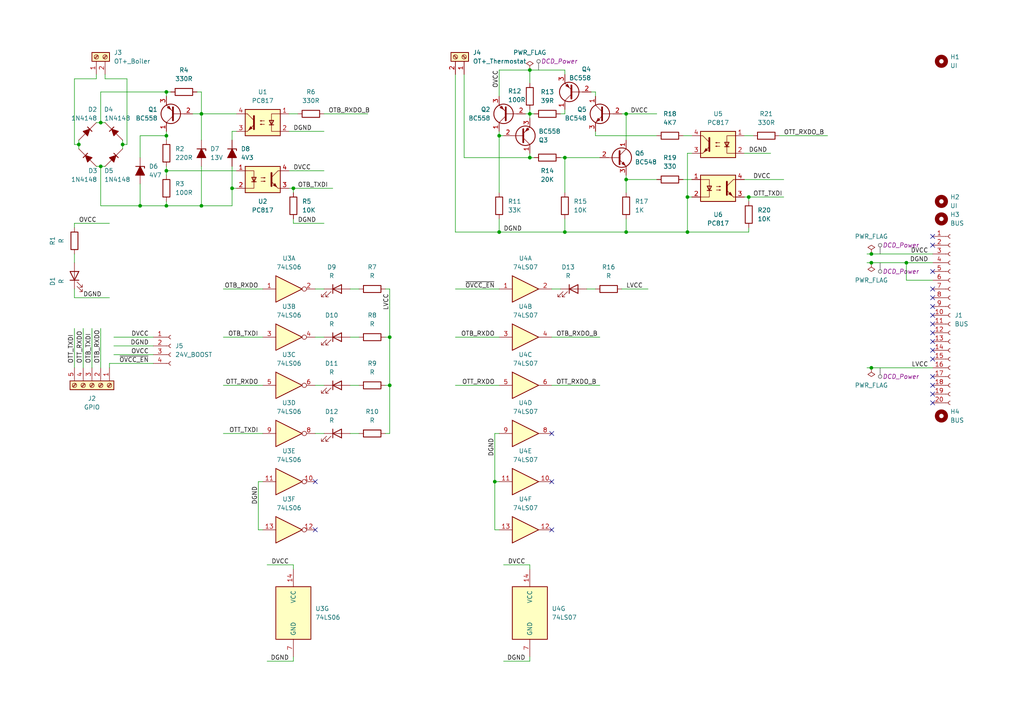
<source format=kicad_sch>
(kicad_sch (version 20250114) (generator "eeschema") (generator_version "9.0")
  (paper "A4")
  (title_block (title "Valhalla MOD-XVR(GPIO-OT-I)") (date "2025-03-25") (rev "2"))
  (lib_symbols
    (symbol "74xx:74LS06" (pin_names (offset 1.016))
      (property "Reference" "U" (at 0 1.27 0))
      (property "Value" "74LS06" (at 0 -1.27 0))
      (symbol "74LS06_1_0"
        (pin input line (at -7.62 0 0) (length 3.81) (name "~") (number "1"))
        (pin open_collector inverted (at 7.62 0 180) (length 3.81) (name "~") (number "2"))
      )
      (symbol "74LS06_2_0"
        (pin input line (at -7.62 0 0) (length 3.81) (name "~") (number "3"))
        (pin open_collector inverted (at 7.62 0 180) (length 3.81) (name "~") (number "4"))
      )
      (symbol "74LS06_3_0"
        (pin input line (at -7.62 0 0) (length 3.81) (name "~") (number "5"))
        (pin open_collector inverted (at 7.62 0 180) (length 3.81) (name "~") (number "6"))
      )
      (symbol "74LS06_4_0"
        (pin input line (at -7.62 0 0) (length 3.81) (name "~") (number "9"))
        (pin open_collector inverted (at 7.62 0 180) (length 3.81) (name "~") (number "8"))
      )
      (symbol "74LS06_5_0"
        (pin input line (at -7.62 0 0) (length 3.81) (name "~") (number "11"))
        (pin open_collector inverted (at 7.62 0 180) (length 3.81) (name "~") (number "10"))
      )
      (symbol "74LS06_6_0"
        (pin input line (at -7.62 0 0) (length 3.81) (name "~") (number "13"))
        (pin open_collector inverted (at 7.62 0 180) (length 3.81) (name "~") (number "12"))
      )
      (symbol "74LS06_7_0"
        (pin power_in line (at 0 12.7 270) (length 5.08) (name "VCC") (number "14"))
        (pin power_in line (at 0 -12.7 90) (length 5.08) (name "GND") (number "7"))
      )
    )
    (symbol "74xx:74LS07" (pin_names (offset 1.016))
      (property "Reference" "U" (at 0 1.27 0))
      (property "Value" "74LS07" (at 0 -1.27 0))
      (symbol "74LS07_1_0"
        (pin input line (at -7.62 0 0) (length 3.81) (name "~") (number "1"))
        (pin open_collector line (at 7.62 0 180) (length 3.81) (name "~") (number "2"))
      )
      (symbol "74LS07_2_0"
        (pin input line (at -7.62 0 0) (length 3.81) (name "~") (number "3"))
        (pin open_collector line (at 7.62 0 180) (length 3.81) (name "~") (number "4"))
      )
      (symbol "74LS07_3_0"
        (pin input line (at -7.62 0 0) (length 3.81) (name "~") (number "5"))
        (pin open_collector line (at 7.62 0 180) (length 3.81) (name "~") (number "6"))
      )
      (symbol "74LS07_4_0"
        (pin input line (at -7.62 0 0) (length 3.81) (name "~") (number "9"))
        (pin open_collector line (at 7.62 0 180) (length 3.81) (name "~") (number "8"))
      )
      (symbol "74LS07_5_0"
        (pin input line (at -7.62 0 0) (length 3.81) (name "~") (number "11"))
        (pin open_collector line (at 7.62 0 180) (length 3.81) (name "~") (number "10"))
      )
      (symbol "74LS07_6_0"
        (pin input line (at -7.62 0 0) (length 3.81) (name "~") (number "13"))
        (pin open_collector line (at 7.62 0 180) (length 3.81) (name "~") (number "12"))
      )
      (symbol "74LS07_7_0"
        (pin power_in line (at 0 12.7 270) (length 5.08) (name "VCC") (number "14"))
        (pin power_in line (at 0 -12.7 90) (length 5.08) (name "GND") (number "7"))
      )
    )
    (symbol "Connector:Conn_01x04_Socket" (pin_names (offset 1.016) (hide yes))
      (property "Reference" "J" (at 0 5.08 0))
      (property "Value" "Conn_01x04_Socket" (at 0 -7.62 0))
      (symbol "Conn_01x04_Socket_1_1"
        (pin passive line (at -5.08 2.54 0) (length 3.81) (name "Pin_1") (number "1"))
        (pin passive line (at -5.08 0 0) (length 3.81) (name "Pin_2") (number "2"))
        (pin passive line (at -5.08 -2.54 0) (length 3.81) (name "Pin_3") (number "3"))
        (pin passive line (at -5.08 -5.08 0) (length 3.81) (name "Pin_4") (number "4"))
      )
    )
    (symbol "Connector:Conn_01x20_Socket" (pin_names (offset 1.016) (hide yes))
      (property "Reference" "J" (at 0 25.4 0))
      (property "Value" "Conn_01x20_Socket" (at 0 -27.94 0))
      (symbol "Conn_01x20_Socket_1_1"
        (pin passive line (at -5.08 22.86 0) (length 3.81) (name "Pin_1") (number "1"))
        (pin passive line (at -5.08 20.32 0) (length 3.81) (name "Pin_2") (number "2"))
        (pin passive line (at -5.08 17.78 0) (length 3.81) (name "Pin_3") (number "3"))
        (pin passive line (at -5.08 15.24 0) (length 3.81) (name "Pin_4") (number "4"))
        (pin passive line (at -5.08 12.7 0) (length 3.81) (name "Pin_5") (number "5"))
        (pin passive line (at -5.08 10.16 0) (length 3.81) (name "Pin_6") (number "6"))
        (pin passive line (at -5.08 7.62 0) (length 3.81) (name "Pin_7") (number "7"))
        (pin passive line (at -5.08 5.08 0) (length 3.81) (name "Pin_8") (number "8"))
        (pin passive line (at -5.08 2.54 0) (length 3.81) (name "Pin_9") (number "9"))
        (pin passive line (at -5.08 0 0) (length 3.81) (name "Pin_10") (number "10"))
        (pin passive line (at -5.08 -2.54 0) (length 3.81) (name "Pin_11") (number "11"))
        (pin passive line (at -5.08 -5.08 0) (length 3.81) (name "Pin_12") (number "12"))
        (pin passive line (at -5.08 -7.62 0) (length 3.81) (name "Pin_13") (number "13"))
        (pin passive line (at -5.08 -10.16 0) (length 3.81) (name "Pin_14") (number "14"))
        (pin passive line (at -5.08 -12.7 0) (length 3.81) (name "Pin_15") (number "15"))
        (pin passive line (at -5.08 -15.24 0) (length 3.81) (name "Pin_16") (number "16"))
        (pin passive line (at -5.08 -17.78 0) (length 3.81) (name "Pin_17") (number "17"))
        (pin passive line (at -5.08 -20.32 0) (length 3.81) (name "Pin_18") (number "18"))
        (pin passive line (at -5.08 -22.86 0) (length 3.81) (name "Pin_19") (number "19"))
        (pin passive line (at -5.08 -25.4 0) (length 3.81) (name "Pin_20") (number "20"))
      )
    )
    (symbol "Connector:Screw_Terminal_01x02" (pin_names (offset 1.016) (hide yes))
      (property "Reference" "J" (at 0 2.54 0))
      (property "Value" "Screw_Terminal_01x02" (at 0 -5.08 0))
      (symbol "Screw_Terminal_01x02_1_1"
        (pin passive line (at -5.08 0 0) (length 3.81) (name "Pin_1") (number "1"))
        (pin passive line (at -5.08 -2.54 0) (length 3.81) (name "Pin_2") (number "2"))
      )
    )
    (symbol "Connector:Screw_Terminal_01x05" (pin_names (offset 1.016) (hide yes))
      (property "Reference" "J" (at 0 7.62 0))
      (property "Value" "Screw_Terminal_01x05" (at 0 -7.62 0))
      (symbol "Screw_Terminal_01x05_1_1"
        (pin passive line (at -5.08 5.08 0) (length 3.81) (name "Pin_1") (number "1"))
        (pin passive line (at -5.08 2.54 0) (length 3.81) (name "Pin_2") (number "2"))
        (pin passive line (at -5.08 0 0) (length 3.81) (name "Pin_3") (number "3"))
        (pin passive line (at -5.08 -2.54 0) (length 3.81) (name "Pin_4") (number "4"))
        (pin passive line (at -5.08 -5.08 0) (length 3.81) (name "Pin_5") (number "5"))
      )
    )
    (symbol "Device:D_45deg_Filled" (pin_numbers (hide yes)) (pin_names (offset 0) (hide yes))
      (property "Reference" "D" (at 1.27 2.54 0))
      (property "Value" "D_45deg_Filled" (at 1.27 0 0))
      (symbol "D_45deg_Filled_1_1"
        (pin passive line (at -2.54 2.54 0) (length 0) (name "A") (number "2"))
        (pin passive line (at 2.54 -2.54 180) (length 0) (name "K") (number "1"))
      )
    )
    (symbol "Device:D_Zener_Filled" (pin_numbers (hide yes)) (pin_names (offset 1.016) (hide yes))
      (property "Reference" "D" (at 0 2.54 0))
      (property "Value" "D_Zener_Filled" (at 0 -2.54 0))
      (symbol "D_Zener_Filled_1_1"
        (pin passive line (at -3.81 0 0) (length 2.54) (name "K") (number "1"))
        (pin passive line (at 3.81 0 180) (length 2.54) (name "A") (number "2"))
      )
    )
    (symbol "Device:LED" (pin_numbers (hide yes)) (pin_names (offset 1.016) (hide yes))
      (property "Reference" "D" (at 0 2.54 0))
      (property "Value" "LED" (at 0 -2.54 0))
      (symbol "LED_1_1"
        (pin passive line (at -3.81 0 0) (length 2.54) (name "K") (number "1"))
        (pin passive line (at 3.81 0 180) (length 2.54) (name "A") (number "2"))
      )
    )
    (symbol "Device:R" (pin_numbers (hide yes)) (pin_names (offset 0))
      (property "Reference" "R" (at 2.032 0 90))
      (property "Value" "R" (at 0 0 90))
      (symbol "R_1_1"
        (pin passive line (at 0 3.81 270) (length 1.27) (name "~") (number "1"))
        (pin passive line (at 0 -3.81 90) (length 1.27) (name "~") (number "2"))
      )
    )
    (symbol "Isolator:PC817" (pin_names (offset 1.016))
      (property "Reference" "U" (at -5.08 5.08 0))
      (property "Value" "PC817" (at 0 5.08 0))
      (symbol "PC817_1_1"
        (pin passive line (at -7.62 2.54 0) (length 2.54) (name "~") (number "1"))
        (pin passive line (at -7.62 -2.54 0) (length 2.54) (name "~") (number "2"))
        (pin passive line (at 7.62 2.54 180) (length 2.54) (name "~") (number "4"))
        (pin passive line (at 7.62 -2.54 180) (length 2.54) (name "~") (number "3"))
      )
    )
    (symbol "Mechanical:MountingHole" (pin_names (offset 1.016)) (exclude_from_sim yes) (in_bom no)
      (property "Reference" "H" (at 0 5.08 0))
      (property "Value" "MountingHole" (at 0 3.175 0))
    )
    (symbol "Transistor_BJT:BC548" (pin_names (offset 0) (hide yes))
      (property "Reference" "Q" (at 5.08 1.905 0))
      (property "Value" "BC548" (at 5.08 0 0))
      (symbol "BC548_1_1"
        (pin input line (at -5.08 0 0) (length 2.54) (name "B") (number "2"))
        (pin passive line (at 2.54 5.08 270) (length 2.54) (name "C") (number "1"))
        (pin passive line (at 2.54 -5.08 90) (length 2.54) (name "E") (number "3"))
      )
    )
    (symbol "Transistor_BJT:BC558" (pin_names (offset 0) (hide yes))
      (property "Reference" "Q" (at 5.08 1.905 0))
      (property "Value" "BC558" (at 5.08 0 0))
      (symbol "BC558_1_1"
        (pin input line (at -5.08 0 0) (length 2.54) (name "B") (number "2"))
        (pin passive line (at 2.54 5.08 270) (length 2.54) (name "C") (number "1"))
        (pin passive line (at 2.54 -5.08 90) (length 2.54) (name "E") (number "3"))
      )
    )
    (symbol "power:PWR_FLAG" (power) (pin_numbers (hide yes)) (pin_names (offset 0) (hide yes))
      (property "Value" "PWR_FLAG" (at 0 3.81 0))
      (symbol "PWR_FLAG_0_0"
        (pin power_out line (at 0 0 90) (length 0) (name "~") (number "1"))
      )
    )
  )
  (junction (at 153.67 33.02))
  (junction (at 113.03 97.79))
  (junction (at 40.64 59.69))
  (junction (at 144.78 67.31))
  (junction (at 217.17 57.15))
  (junction (at 181.61 67.31))
  (junction (at 144.78 39.37))
  (junction (at 48.26 59.69))
  (junction (at 35.56 41.91))
  (junction (at 113.03 111.76))
  (junction (at 58.42 33.02))
  (junction (at 252.73 73.66))
  (junction (at 252.73 76.2))
  (junction (at 181.61 33.02))
  (junction (at 29.21 48.26))
  (junction (at 153.67 20.32))
  (junction (at 252.73 106.68))
  (junction (at 58.42 59.69))
  (junction (at 163.83 67.31))
  (junction (at 153.67 45.72))
  (junction (at 199.39 57.15))
  (junction (at 181.61 52.07))
  (junction (at 199.39 67.31))
  (junction (at 29.21 35.56))
  (junction (at 262.89 76.2))
  (junction (at 48.26 26.67))
  (junction (at 48.26 39.37))
  (junction (at 67.31 54.61))
  (junction (at 22.86 41.91))
  (junction (at 163.83 45.72))
  (junction (at 48.26 49.53))
  (junction (at 85.09 54.61))
  (junction (at 143.51 139.7))
  (no_connect (at 270.51 71.12))
  (no_connect (at 270.51 116.84))
  (no_connect (at 270.51 109.22))
  (no_connect (at 270.51 99.06))
  (no_connect (at 91.44 153.67))
  (no_connect (at 270.51 91.44))
  (no_connect (at 270.51 96.52))
  (no_connect (at 160.02 153.67))
  (no_connect (at 270.51 88.9))
  (no_connect (at 270.51 111.76))
  (no_connect (at 270.51 101.6))
  (no_connect (at 270.51 83.82))
  (no_connect (at 270.51 78.74))
  (no_connect (at 91.44 139.7))
  (no_connect (at 160.02 139.7))
  (no_connect (at 160.02 125.73))
  (no_connect (at 270.51 86.36))
  (no_connect (at 270.51 68.58))
  (no_connect (at 270.51 93.98))
  (no_connect (at 270.51 114.3))
  (no_connect (at 270.51 104.14))
  (wire (pts (xy 74.93 139.7) (xy 74.93 153.67)))
  (wire (pts (xy 181.61 52.07) (xy 190.5 52.07)))
  (wire (pts (xy 83.82 38.1) (xy 93.98 38.1)))
  (wire (pts (xy 21.59 66.04) (xy 21.59 64.77)))
  (wire (pts (xy 29.21 35.56) (xy 30.48 35.56)))
  (wire (pts (xy 67.31 54.61) (xy 67.31 59.69)))
  (wire (pts (xy 181.61 33.02) (xy 190.5 33.02)))
  (wire (pts (xy 101.6 83.82) (xy 104.14 83.82)))
  (wire (pts (xy 144.78 111.76) (xy 132.08 111.76)))
  (wire (pts (xy 58.42 26.67) (xy 57.15 26.67)))
  (wire (pts (xy 252.73 76.2) (xy 262.89 76.2)))
  (wire (pts (xy 35.56 41.91) (xy 35.56 43.18)))
  (wire (pts (xy 48.26 38.1) (xy 48.26 39.37)))
  (wire (pts (xy 85.09 64.77) (xy 93.98 64.77)))
  (wire (pts (xy 132.08 67.31) (xy 144.78 67.31)))
  (wire (pts (xy 132.08 97.79) (xy 144.78 97.79)))
  (wire (pts (xy 200.66 57.15) (xy 199.39 57.15)))
  (wire (pts (xy 27.94 48.26) (xy 29.21 48.26)))
  (wire (pts (xy 152.4 33.02) (xy 153.67 33.02)))
  (wire (pts (xy 64.77 83.82) (xy 76.2 83.82)))
  (wire (pts (xy 113.03 83.82) (xy 113.03 97.79)))
  (wire (pts (xy 132.08 83.82) (xy 144.78 83.82)))
  (wire (pts (xy 21.59 64.77) (xy 31.75 64.77)))
  (wire (pts (xy 40.64 59.69) (xy 29.21 59.69)))
  (wire (pts (xy 262.89 81.28) (xy 262.89 76.2)))
  (wire (pts (xy 198.12 52.07) (xy 200.66 52.07)))
  (wire (pts (xy 181.61 67.31) (xy 199.39 67.31)))
  (wire (pts (xy 83.82 54.61) (xy 85.09 54.61)))
  (wire (pts (xy 55.88 33.02) (xy 58.42 33.02)))
  (wire (pts (xy 215.9 57.15) (xy 217.17 57.15)))
  (wire (pts (xy 113.03 125.73) (xy 113.03 111.76)))
  (wire (pts (xy 134.62 45.72) (xy 153.67 45.72)))
  (wire (pts (xy 77.47 191.77) (xy 85.09 191.77)))
  (wire (pts (xy 49.53 26.67) (xy 48.26 26.67)))
  (wire (pts (xy 93.98 33.02) (xy 106.68 33.02)))
  (wire (pts (xy 146.05 191.77) (xy 153.67 191.77)))
  (wire (pts (xy 180.34 33.02) (xy 181.61 33.02)))
  (wire (pts (xy 101.6 111.76) (xy 104.14 111.76)))
  (wire (pts (xy 40.64 59.69) (xy 40.64 53.34)))
  (wire (pts (xy 143.51 153.67) (xy 143.51 139.7)))
  (wire (pts (xy 217.17 66.04) (xy 217.17 67.31)))
  (wire (pts (xy 21.59 83.82) (xy 21.59 86.36)))
  (wire (pts (xy 172.72 39.37) (xy 190.5 39.37)))
  (wire (pts (xy 101.6 97.79) (xy 104.14 97.79)))
  (wire (pts (xy 163.83 20.32) (xy 163.83 21.59)))
  (wire (pts (xy 111.76 111.76) (xy 113.03 111.76)))
  (wire (pts (xy 29.21 95.25) (xy 29.21 106.68)))
  (wire (pts (xy 163.83 33.02) (xy 163.83 31.75)))
  (wire (pts (xy 26.67 95.25) (xy 26.67 106.68)))
  (wire (pts (xy 144.78 38.1) (xy 144.78 39.37)))
  (wire (pts (xy 144.78 153.67) (xy 143.51 153.67)))
  (wire (pts (xy 215.9 52.07) (xy 227.33 52.07)))
  (wire (pts (xy 67.31 54.61) (xy 68.58 54.61)))
  (wire (pts (xy 217.17 57.15) (xy 217.17 58.42)))
  (wire (pts (xy 153.67 45.72) (xy 154.94 45.72)))
  (wire (pts (xy 67.31 48.26) (xy 67.31 54.61)))
  (wire (pts (xy 170.18 83.82) (xy 172.72 83.82)))
  (wire (pts (xy 40.64 45.72) (xy 40.64 39.37)))
  (wire (pts (xy 160.02 111.76) (xy 173.99 111.76)))
  (wire (pts (xy 91.44 83.82) (xy 93.98 83.82)))
  (wire (pts (xy 134.62 21.59) (xy 134.62 45.72)))
  (wire (pts (xy 85.09 190.5) (xy 85.09 191.77)))
  (wire (pts (xy 163.83 45.72) (xy 173.99 45.72)))
  (wire (pts (xy 199.39 57.15) (xy 199.39 67.31)))
  (wire (pts (xy 181.61 52.07) (xy 181.61 55.88)))
  (wire (pts (xy 181.61 50.8) (xy 181.61 52.07)))
  (wire (pts (xy 74.93 153.67) (xy 76.2 153.67)))
  (wire (pts (xy 163.83 63.5) (xy 163.83 67.31)))
  (wire (pts (xy 85.09 54.61) (xy 96.52 54.61)))
  (wire (pts (xy 251.46 73.66) (xy 252.73 73.66)))
  (wire (pts (xy 22.86 40.64) (xy 22.86 41.91)))
  (wire (pts (xy 143.51 125.73) (xy 144.78 125.73)))
  (wire (pts (xy 40.64 39.37) (xy 48.26 39.37)))
  (wire (pts (xy 111.76 83.82) (xy 113.03 83.82)))
  (wire (pts (xy 48.26 58.42) (xy 48.26 59.69)))
  (wire (pts (xy 85.09 54.61) (xy 85.09 55.88)))
  (wire (pts (xy 64.77 111.76) (xy 76.2 111.76)))
  (wire (pts (xy 67.31 59.69) (xy 58.42 59.69)))
  (wire (pts (xy 58.42 33.02) (xy 68.58 33.02)))
  (wire (pts (xy 85.09 63.5) (xy 85.09 64.77)))
  (wire (pts (xy 215.9 39.37) (xy 218.44 39.37)))
  (wire (pts (xy 29.21 48.26) (xy 30.48 48.26)))
  (wire (pts (xy 29.21 59.69) (xy 29.21 48.26)))
  (wire (pts (xy 29.21 26.67) (xy 29.21 35.56)))
  (wire (pts (xy 251.46 106.68) (xy 252.73 106.68)))
  (wire (pts (xy 21.59 73.66) (xy 21.59 76.2)))
  (wire (pts (xy 27.94 35.56) (xy 29.21 35.56)))
  (wire (pts (xy 199.39 44.45) (xy 199.39 57.15)))
  (wire (pts (xy 76.2 139.7) (xy 74.93 139.7)))
  (wire (pts (xy 48.26 39.37) (xy 48.26 40.64)))
  (wire (pts (xy 83.82 33.02) (xy 86.36 33.02)))
  (wire (pts (xy 215.9 44.45) (xy 223.52 44.45)))
  (wire (pts (xy 21.59 22.86) (xy 21.59 41.91)))
  (wire (pts (xy 83.82 49.53) (xy 93.98 49.53)))
  (wire (pts (xy 162.56 45.72) (xy 163.83 45.72)))
  (wire (pts (xy 27.94 22.86) (xy 21.59 22.86)))
  (wire (pts (xy 226.06 39.37) (xy 240.03 39.37)))
  (wire (pts (xy 217.17 57.15) (xy 227.33 57.15)))
  (wire (pts (xy 198.12 39.37) (xy 200.66 39.37)))
  (wire (pts (xy 251.46 76.2) (xy 252.73 76.2)))
  (wire (pts (xy 163.83 45.72) (xy 163.83 55.88)))
  (wire (pts (xy 85.09 165.1) (xy 85.09 163.83)))
  (wire (pts (xy 21.59 86.36) (xy 31.75 86.36)))
  (wire (pts (xy 172.72 26.67) (xy 172.72 27.94)))
  (wire (pts (xy 144.78 63.5) (xy 144.78 67.31)))
  (wire (pts (xy 270.51 81.28) (xy 262.89 81.28)))
  (wire (pts (xy 144.78 39.37) (xy 146.05 39.37)))
  (wire (pts (xy 146.05 163.83) (xy 153.67 163.83)))
  (wire (pts (xy 36.83 22.86) (xy 36.83 41.91)))
  (wire (pts (xy 21.59 95.25) (xy 21.59 106.68)))
  (wire (pts (xy 58.42 59.69) (xy 48.26 59.69)))
  (wire (pts (xy 160.02 97.79) (xy 173.99 97.79)))
  (wire (pts (xy 101.6 125.73) (xy 104.14 125.73)))
  (wire (pts (xy 22.86 41.91) (xy 22.86 43.18)))
  (wire (pts (xy 144.78 20.32) (xy 153.67 20.32)))
  (wire (pts (xy 252.73 106.68) (xy 270.51 106.68)))
  (wire (pts (xy 58.42 33.02) (xy 58.42 40.64)))
  (wire (pts (xy 172.72 38.1) (xy 172.72 39.37)))
  (wire (pts (xy 77.47 163.83) (xy 85.09 163.83)))
  (wire (pts (xy 48.26 26.67) (xy 48.26 27.94)))
  (wire (pts (xy 113.03 97.79) (xy 111.76 97.79)))
  (wire (pts (xy 181.61 33.02) (xy 181.61 40.64)))
  (wire (pts (xy 163.83 20.32) (xy 153.67 20.32)))
  (wire (pts (xy 153.67 31.75) (xy 153.67 33.02)))
  (wire (pts (xy 30.48 22.86) (xy 36.83 22.86)))
  (wire (pts (xy 153.67 20.32) (xy 153.67 24.13)))
  (wire (pts (xy 217.17 67.31) (xy 199.39 67.31)))
  (wire (pts (xy 21.59 41.91) (xy 22.86 41.91)))
  (wire (pts (xy 153.67 165.1) (xy 153.67 163.83)))
  (wire (pts (xy 180.34 83.82) (xy 187.96 83.82)))
  (wire (pts (xy 30.48 21.59) (xy 30.48 22.86)))
  (wire (pts (xy 144.78 27.94) (xy 144.78 20.32)))
  (wire (pts (xy 252.73 73.66) (xy 270.51 73.66)))
  (wire (pts (xy 48.26 26.67) (xy 29.21 26.67)))
  (wire (pts (xy 111.76 125.73) (xy 113.03 125.73)))
  (wire (pts (xy 35.56 40.64) (xy 35.56 41.91)))
  (wire (pts (xy 33.02 102.87) (xy 44.45 102.87)))
  (wire (pts (xy 31.75 106.68) (xy 31.75 105.41)))
  (wire (pts (xy 31.75 105.41) (xy 44.45 105.41)))
  (wire (pts (xy 181.61 63.5) (xy 181.61 67.31)))
  (wire (pts (xy 153.67 44.45) (xy 153.67 45.72)))
  (wire (pts (xy 58.42 48.26) (xy 58.42 59.69)))
  (wire (pts (xy 36.83 41.91) (xy 35.56 41.91)))
  (wire (pts (xy 132.08 21.59) (xy 132.08 67.31)))
  (wire (pts (xy 68.58 38.1) (xy 67.31 38.1)))
  (wire (pts (xy 160.02 83.82) (xy 162.56 83.82)))
  (wire (pts (xy 48.26 59.69) (xy 40.64 59.69)))
  (wire (pts (xy 162.56 33.02) (xy 163.83 33.02)))
  (wire (pts (xy 153.67 33.02) (xy 154.94 33.02)))
  (wire (pts (xy 33.02 97.79) (xy 44.45 97.79)))
  (wire (pts (xy 24.13 95.25) (xy 24.13 106.68)))
  (wire (pts (xy 91.44 125.73) (xy 93.98 125.73)))
  (wire (pts (xy 262.89 76.2) (xy 270.51 76.2)))
  (wire (pts (xy 143.51 125.73) (xy 143.51 139.7)))
  (wire (pts (xy 33.02 100.33) (xy 44.45 100.33)))
  (wire (pts (xy 91.44 111.76) (xy 93.98 111.76)))
  (wire (pts (xy 67.31 38.1) (xy 67.31 40.64)))
  (wire (pts (xy 200.66 44.45) (xy 199.39 44.45)))
  (wire (pts (xy 153.67 33.02) (xy 153.67 34.29)))
  (wire (pts (xy 48.26 49.53) (xy 68.58 49.53)))
  (wire (pts (xy 144.78 39.37) (xy 144.78 55.88)))
  (wire (pts (xy 171.45 26.67) (xy 172.72 26.67)))
  (wire (pts (xy 163.83 67.31) (xy 181.61 67.31)))
  (wire (pts (xy 113.03 111.76) (xy 113.03 97.79)))
  (wire (pts (xy 153.67 190.5) (xy 153.67 191.77)))
  (wire (pts (xy 58.42 33.02) (xy 58.42 26.67)))
  (wire (pts (xy 64.77 125.73) (xy 76.2 125.73)))
  (wire (pts (xy 144.78 67.31) (xy 163.83 67.31)))
  (wire (pts (xy 64.77 97.79) (xy 76.2 97.79)))
  (wire (pts (xy 48.26 49.53) (xy 48.26 50.8)))
  (wire (pts (xy 144.78 139.7) (xy 143.51 139.7)))
  (wire (pts (xy 48.26 48.26) (xy 48.26 49.53)))
  (wire (pts (xy 91.44 97.79) (xy 93.98 97.79)))
  (wire (pts (xy 27.94 21.59) (xy 27.94 22.86)))
  (label "DGND" (at 143.51 127 270))
  (label "LVCC" (at 269.24 106.68 180))
  (label "OTT_RXDO" (at 74.93 111.76 180))
  (label "DGND" (at 152.4 191.77 180))
  (label "~{OVCC_EN}" (at 143.51 83.82 180))
  (label "OVCC" (at 144.78 20.32 270))
  (label "OTT_RXDO" (at 24.13 105.41 90))
  (label "DVCC" (at 182.88 33.02 0))
  (label "OTB_RXDO_B" (at 95.25 33.02 0))
  (label "OVCC" (at 43.18 102.87 180))
  (label "OTB_TXDI" (at 86.36 54.61 0))
  (label "DVCC" (at 83.82 163.83 180))
  (label "OTB_RXDO" (at 74.93 83.82 180))
  (label "OTT_TXDI" (at 74.93 125.73 180))
  (label "DVCC" (at 152.4 163.83 180))
  (label "OTT_TXDI" (at 21.59 105.41 90))
  (label "~{OVCC_EN}" (at 43.18 105.41 180))
  (label "OTT_TXDI" (at 218.44 57.15 0))
  (label "DGND" (at 74.93 140.97 270))
  (label "OTT_RXDO" (at 143.51 111.76 180))
  (label "OTB_TXDI" (at 26.67 105.41 90))
  (label "DGND" (at 83.82 191.77 180))
  (label "DGND" (at 24.13 86.36 0))
  (label "OVCC" (at 22.86 64.77 0))
  (label "DGND" (at 146.05 67.31 0))
  (label "DGND" (at 269.24 76.2 180))
  (label "OTB_RXDO" (at 29.21 105.41 90))
  (label "OTT_RXDO_B" (at 227.33 39.37 0))
  (label "LVCC" (at 181.61 83.82 0))
  (label "DGND" (at 85.09 38.1 0))
  (label "DGND" (at 217.17 44.45 0))
  (label "OTB_RXDO" (at 143.51 97.79 180))
  (label "OTB_TXDI" (at 74.93 97.79 180))
  (label "LVCC" (at 113.03 85.09 270))
  (label "OTB_RXDO_B" (at 161.319 97.79 0))
  (label "DVCC" (at 218.44 52.07 0))
  (label "DGND" (at 43.18 100.33 180))
  (label "OTT_RXDO_B" (at 161.29 111.76 0))
  (label "DGND" (at 86.36 64.77 0))
  (label "DVCC" (at 43.18 97.79 180))
  (label "DVCC" (at 269.24 73.66 180))
  (label "DVCC" (at 85.09 49.53 0))
  (netclass_flag "" (length 2.54) (shape round) (at 156.21 20.32 0) (property "Netclass" "DCD_Power" (at 156.9085 17.78 0) (effects (font (italic yes)) (justify left))))
  (netclass_flag "" (length 2.54) (shape round) (at 255.27 76.2 180) (property "Netclass" "DCD_Power" (at 255.9685 78.74 0) (effects (font (italic yes)) (justify left))))
  (netclass_flag "" (length 2.54) (shape round) (at 255.27 106.68 180) (property "Netclass" "DCD_Power" (at 255.9685 109.22 0) (effects (font (italic yes)) (justify left))))
  (netclass_flag "" (length 2.54) (shape round) (at 255.27 73.66 0) (property "Netclass" "DCD_Power" (at 255.9685 71.12 0) (effects (font (italic yes)) (justify left))))
  (symbol (lib_id "Device:R") (at 53.34 26.67 90) (unit 1)
    (property "Reference" "R4" (at 53.34 20.32 90))
    (property "Value" "330R" (at 53.34 22.86 90))
    (property "Footprint" "Resistor_THT:R_Axial_DIN0207_L6.3mm_D2.5mm_P5.08mm_Vertical" (effects (hide yes)))
    (property "Description" "Resistor" (effects (hide yes)))
  )
  (symbol (lib_id "Device:R") (at 144.78 59.69 0) (unit 1)
    (property "Reference" "R11" (at 147.32 58.4199 0) (effects (justify left)))
    (property "Value" "33K" (at 147.32 60.9599 0) (effects (justify left)))
    (property "Footprint" "Resistor_THT:R_Axial_DIN0207_L6.3mm_D2.5mm_P5.08mm_Vertical" (effects (hide yes)))
    (property "Description" "Resistor" (effects (hide yes)))
  )
  (symbol (lib_id "Device:R") (at 85.09 59.69 180) (unit 1)
    (property "Reference" "R5" (at 87.63 58.4199 0) (effects (justify right)))
    (property "Value" "10K" (at 87.63 60.9599 0) (effects (justify right)))
    (property "Footprint" "Resistor_THT:R_Axial_DIN0207_L6.3mm_D2.5mm_P5.08mm_Vertical" (effects (hide yes)))
    (property "Description" "Resistor" (effects (hide yes)))
  )
  (symbol (lib_id "Mechanical:MountingHole") (at 273.05 120.65 0) (unit 1) (exclude_from_sim yes) (in_bom no)
    (property "Reference" "H4" (at 275.59 119.3799 0) (effects (justify left)))
    (property "Value" "BUS" (at 275.59 121.9199 0) (effects (justify left)))
    (property "Footprint" "MountingHole:MountingHole_3.2mm_M3_ISO7380" (effects (hide yes)))
    (property "Description" "Mounting Hole without connection" (effects (hide yes)))
  )
  (symbol (lib_id "Device:R") (at 194.31 39.37 270) (unit 1)
    (property "Reference" "R18" (at 194.31 33.02 90))
    (property "Value" "4K7" (at 194.31 35.56 90))
    (property "Footprint" "Resistor_THT:R_Axial_DIN0207_L6.3mm_D2.5mm_P5.08mm_Vertical" (effects (hide yes)))
    (property "Description" "Resistor" (effects (hide yes)))
  )
  (symbol (lib_id "Connector:Screw_Terminal_01x02") (at 27.94 16.51 90) (unit 1)
    (property "Reference" "J3" (at 33.02 15.2399 90) (effects (justify right)))
    (property "Value" "OT+_Boiler" (at 33.02 17.7799 90) (effects (justify right)))
    (property "Footprint" "TerminalBlock_Phoenix:TerminalBlock_Phoenix_MKDS-3-2-5.08_1x02_P5.08mm_Horizontal" (effects (hide yes)))
    (property "Description" "Generic screw terminal, single row, 01x02, script generated (kicad-library-utils/schlib/autogen/connector/)" (effects (hide yes)))
  )
  (symbol (lib_id "Device:D_45deg_Filled") (at 25.4 38.1 90) (unit 1)
    (property "Reference" "D2" (at 28.194 31.75 90) (effects (justify left)))
    (property "Value" "1N4148" (at 28.194 34.29 90) (effects (justify left)))
    (property "Footprint" "Diode_THT:D_DO-35_SOD27_P7.62mm_Horizontal" (effects (hide yes)))
    (property "Description" "Diode, filled, rotated by 45°" (effects (hide yes)))
    (property "Sim.Device" "D" (effects (hide yes)))
    (property "Sim.Pins" "1=K 2=A" (effects (hide yes)))
  )
  (symbol (lib_id "Isolator:PC817") (at 208.28 41.91 0) (mirror y) (unit 1)
    (property "Reference" "U5" (at 208.28 33.02 0))
    (property "Value" "PC817" (at 208.28 35.56 0))
    (property "Footprint" "Package_DIP:DIP-4_W7.62mm" (effects (hide yes)))
    (property "Datasheet" "http://www.soselectronic.cz/a_info/resource/d/pc817.pdf" (effects (hide yes)))
    (property "Description" "DC Optocoupler, Vce 35V, CTR 50-300%, DIP-4" (effects (hide yes)))
  )
  (symbol (lib_id "Isolator:PC817") (at 208.28 54.61 0) (unit 1)
    (property "Reference" "U6" (at 208.28 62.23 0))
    (property "Value" "PC817" (at 208.28 64.77 0))
    (property "Footprint" "Package_DIP:DIP-4_W7.62mm" (effects (hide yes)))
    (property "Datasheet" "http://www.soselectronic.cz/a_info/resource/d/pc817.pdf" (effects (hide yes)))
    (property "Description" "DC Optocoupler, Vce 35V, CTR 50-300%, DIP-4" (effects (hide yes)))
  )
  (symbol (lib_id "Transistor_BJT:BC558") (at 50.8 33.02 180) (unit 1)
    (property "Reference" "Q1" (at 45.72 31.7499 0) (effects (justify left)))
    (property "Value" "BC558" (at 45.72 34.2899 0) (effects (justify left)))
    (property "Footprint" "Package_TO_SOT_THT:TO-92L" (effects (hide yes)))
    (property "Datasheet" "https://www.onsemi.com/pub/Collateral/BC556BTA-D.pdf" (effects (hide yes)))
    (property "Description" "0.1A Ic, 30V Vce, PNP Small Signal Transistor, TO-92" (effects (hide yes)))
  )
  (symbol (lib_id "Connector:Conn_01x04_Socket") (at 49.53 100.33 0) (unit 1)
    (property "Reference" "J5" (at 50.8 100.3299 0) (effects (justify left)))
    (property "Value" "24V_BOOST" (at 50.8 102.8699 0) (effects (justify left)))
    (property "Footprint" "Connector_PinSocket_2.54mm:PinSocket_1x04_P2.54mm_Vertical" (effects (hide yes)))
    (property "Description" "Generic connector, single row, 01x04, script generated" (effects (hide yes)))
  )
  (symbol (lib_id "power:PWR_FLAG") (at 252.73 73.66 0) (unit 1)
    (property "Reference" "#FLG02" (effects (hide yes)))
    (property "Value" "PWR_FLAG" (at 252.73 68.58 0))
    (property "Description" "Special symbol for telling ERC where power comes from" (effects (hide yes)))
  )
  (symbol (lib_id "Device:D_Zener_Filled") (at 40.64 49.53 270) (unit 1)
    (property "Reference" "D6" (at 43.18 48.2599 90) (effects (justify left)))
    (property "Value" "4V7" (at 43.18 50.7999 90) (effects (justify left)))
    (property "Footprint" "Diode_THT:D_DO-35_SOD27_P7.62mm_Horizontal" (effects (hide yes)))
    (property "Description" "Zener diode, filled shape" (effects (hide yes)))
  )
  (symbol (lib_id "Device:LED") (at 97.79 111.76 0) (unit 1)
    (property "Reference" "D11" (at 96.2025 105.41 0))
    (property "Value" "R" (at 96.2025 107.95 0))
    (property "Footprint" "LED_THT:LED_D3.0mm_Horizontal_O1.27mm_Z2.0mm" (effects (hide yes)))
    (property "Description" "Light emitting diode" (effects (hide yes)))
    (property "Sim.Pins" "1=K 2=A" (effects (hide yes)))
  )
  (symbol (lib_id "Device:R") (at 48.26 54.61 180) (unit 1)
    (property "Reference" "R3" (at 50.8 53.3399 0) (effects (justify right)))
    (property "Value" "100R" (at 50.8 55.8799 0) (effects (justify right)))
    (property "Footprint" "Resistor_THT:R_Axial_DIN0207_L6.3mm_D2.5mm_P5.08mm_Vertical" (effects (hide yes)))
    (property "Description" "Resistor" (effects (hide yes)))
  )
  (symbol (lib_id "Device:R") (at 48.26 44.45 180) (unit 1)
    (property "Reference" "R2" (at 50.8 43.1799 0) (effects (justify right)))
    (property "Value" "220R" (at 50.8 45.7199 0) (effects (justify right)))
    (property "Footprint" "Resistor_THT:R_Axial_DIN0207_L6.3mm_D2.5mm_P5.08mm_Vertical" (effects (hide yes)))
    (property "Description" "Resistor" (effects (hide yes)))
  )
  (symbol (lib_id "Transistor_BJT:BC558") (at 151.13 39.37 0) (mirror x) (unit 1)
    (property "Reference" "Q3" (at 156.21 40.6401 0) (effects (justify left)))
    (property "Value" "BC558" (at 156.21 38.1001 0) (effects (justify left)))
    (property "Footprint" "Package_TO_SOT_THT:TO-92L" (effects (hide yes)))
    (property "Datasheet" "https://www.onsemi.com/pub/Collateral/BC556BTA-D.pdf" (effects (hide yes)))
    (property "Description" "0.1A Ic, 30V Vce, PNP Small Signal Transistor, TO-92" (effects (hide yes)))
  )
  (symbol (lib_id "Mechanical:MountingHole") (at 273.05 58.42 0) (unit 1) (exclude_from_sim yes) (in_bom no)
    (property "Reference" "H2" (at 275.59 57.1499 0) (effects (justify left)))
    (property "Value" "UI" (at 275.59 59.6899 0) (effects (justify left)))
    (property "Footprint" "MountingHole:MountingHole_3.2mm_M3_ISO7380" (effects (hide yes)))
    (property "Description" "Mounting Hole without connection" (effects (hide yes)))
  )
  (symbol (lib_id "Device:R") (at 107.95 97.79 90) (unit 1)
    (property "Reference" "R8" (at 107.95 91.44 90))
    (property "Value" "R" (at 107.95 93.98 90))
    (property "Footprint" "Resistor_THT:R_Axial_DIN0207_L6.3mm_D2.5mm_P5.08mm_Vertical" (effects (hide yes)))
    (property "Description" "Resistor" (effects (hide yes)))
  )
  (symbol (lib_id "Device:R") (at 222.25 39.37 90) (unit 1)
    (property "Reference" "R21" (at 222.25 33.02 90))
    (property "Value" "330R" (at 222.25 35.56 90))
    (property "Footprint" "Resistor_THT:R_Axial_DIN0207_L6.3mm_D2.5mm_P5.08mm_Vertical" (effects (hide yes)))
    (property "Description" "Resistor" (effects (hide yes)))
  )
  (symbol (lib_id "74xx:74LS06") (at 83.82 83.82 0) (unit 1)
    (property "Reference" "U3" (at 83.82 74.93 0))
    (property "Value" "74LS06" (at 83.82 77.47 0))
    (property "Footprint" "Package_DIP:DIP-14_W7.62mm" (effects (hide yes)))
    (property "Datasheet" "http://www.ti.com/lit/gpn/sn74LS06" (effects (hide yes)))
    (property "Description" "Inverter Open Collect" (effects (hide yes)))
  )
  (symbol (lib_id "Device:LED") (at 97.79 125.73 0) (unit 1)
    (property "Reference" "D12" (at 96.2025 119.38 0))
    (property "Value" "R" (at 96.2025 121.92 0))
    (property "Footprint" "LED_THT:LED_D3.0mm_Horizontal_O1.27mm_Z2.0mm" (effects (hide yes)))
    (property "Description" "Light emitting diode" (effects (hide yes)))
    (property "Sim.Pins" "1=K 2=A" (effects (hide yes)))
  )
  (symbol (lib_id "Device:LED") (at 166.37 83.82 0) (unit 1)
    (property "Reference" "D13" (at 164.7825 77.47 0))
    (property "Value" "R" (at 164.7825 80.01 0))
    (property "Footprint" "LED_THT:LED_D3.0mm_Horizontal_O1.27mm_Z2.0mm" (effects (hide yes)))
    (property "Description" "Light emitting diode" (effects (hide yes)))
    (property "Sim.Pins" "1=K 2=A" (effects (hide yes)))
  )
  (symbol (lib_id "Device:R") (at 107.95 111.76 90) (unit 1)
    (property "Reference" "R9" (at 107.95 105.41 90))
    (property "Value" "R" (at 107.95 107.95 90))
    (property "Footprint" "Resistor_THT:R_Axial_DIN0207_L6.3mm_D2.5mm_P5.08mm_Vertical" (effects (hide yes)))
    (property "Description" "Resistor" (effects (hide yes)))
  )
  (symbol (lib_id "Device:R") (at 90.17 33.02 90) (unit 1)
    (property "Reference" "R6" (at 90.17 26.67 90))
    (property "Value" "330R" (at 90.17 29.21 90))
    (property "Footprint" "Resistor_THT:R_Axial_DIN0207_L6.3mm_D2.5mm_P5.08mm_Vertical" (effects (hide yes)))
    (property "Description" "Resistor" (effects (hide yes)))
  )
  (symbol (lib_id "power:PWR_FLAG") (at 252.73 76.2 180) (unit 1)
    (property "Reference" "#FLG03" (effects (hide yes)))
    (property "Value" "PWR_FLAG" (at 252.73 81.28 0))
    (property "Description" "Special symbol for telling ERC where power comes from" (effects (hide yes)))
  )
  (symbol (lib_id "74xx:74LS07") (at 152.4 139.7 0) (unit 5)
    (property "Reference" "U4" (at 152.4 130.81 0))
    (property "Value" "74LS07" (at 152.4 133.35 0))
    (property "Footprint" "Package_DIP:DIP-14_W7.62mm" (effects (hide yes)))
    (property "Datasheet" "www.ti.com/lit/ds/symlink/sn74ls07.pdf" (effects (hide yes)))
    (property "Description" "Hex Buffers and Drivers With Open Collector High Voltage Outputs" (effects (hide yes)))
  )
  (symbol (lib_id "74xx:74LS06") (at 83.82 111.76 0) (unit 3)
    (property "Reference" "U3" (at 83.82 102.87 0))
    (property "Value" "74LS06" (at 83.82 105.41 0))
    (property "Footprint" "Package_DIP:DIP-14_W7.62mm" (effects (hide yes)))
    (property "Datasheet" "http://www.ti.com/lit/gpn/sn74LS06" (effects (hide yes)))
    (property "Description" "Inverter Open Collect" (effects (hide yes)))
  )
  (symbol (lib_id "74xx:74LS06") (at 85.09 177.8 0) (unit 7)
    (property "Reference" "U3" (at 91.44 176.5299 0) (effects (justify left)))
    (property "Value" "74LS06" (at 91.44 179.0699 0) (effects (justify left)))
    (property "Footprint" "Package_DIP:DIP-14_W7.62mm" (effects (hide yes)))
    (property "Datasheet" "http://www.ti.com/lit/gpn/sn74LS06" (effects (hide yes)))
    (property "Description" "Inverter Open Collect" (effects (hide yes)))
  )
  (symbol (lib_id "power:PWR_FLAG") (at 153.67 20.32 0) (unit 1)
    (property "Reference" "#FLG01" (effects (hide yes)))
    (property "Value" "PWR_FLAG" (at 153.67 15.24 0))
    (property "Description" "Special symbol for telling ERC where power comes from" (effects (hide yes)))
  )
  (symbol (lib_id "74xx:74LS07") (at 152.4 111.76 0) (unit 3)
    (property "Reference" "U4" (at 152.4 102.87 0))
    (property "Value" "74LS07" (at 152.4 105.41 0))
    (property "Footprint" "Package_DIP:DIP-14_W7.62mm" (effects (hide yes)))
    (property "Datasheet" "www.ti.com/lit/ds/symlink/sn74ls07.pdf" (effects (hide yes)))
    (property "Description" "Hex Buffers and Drivers With Open Collector High Voltage Outputs" (effects (hide yes)))
  )
  (symbol (lib_id "74xx:74LS07") (at 152.4 83.82 0) (unit 1)
    (property "Reference" "U4" (at 152.4 74.93 0))
    (property "Value" "74LS07" (at 152.4 77.47 0))
    (property "Footprint" "Package_DIP:DIP-14_W7.62mm" (effects (hide yes)))
    (property "Datasheet" "www.ti.com/lit/ds/symlink/sn74ls07.pdf" (effects (hide yes)))
    (property "Description" "Hex Buffers and Drivers With Open Collector High Voltage Outputs" (effects (hide yes)))
  )
  (symbol (lib_id "74xx:74LS07") (at 152.4 153.67 0) (unit 6)
    (property "Reference" "U4" (at 152.4 144.78 0))
    (property "Value" "74LS07" (at 152.4 147.32 0))
    (property "Footprint" "Package_DIP:DIP-14_W7.62mm" (effects (hide yes)))
    (property "Datasheet" "www.ti.com/lit/ds/symlink/sn74ls07.pdf" (effects (hide yes)))
    (property "Description" "Hex Buffers and Drivers With Open Collector High Voltage Outputs" (effects (hide yes)))
  )
  (symbol (lib_id "74xx:74LS06") (at 83.82 139.7 0) (unit 5)
    (property "Reference" "U3" (at 83.82 130.81 0))
    (property "Value" "74LS06" (at 83.82 133.35 0))
    (property "Footprint" "Package_DIP:DIP-14_W7.62mm" (effects (hide yes)))
    (property "Datasheet" "http://www.ti.com/lit/gpn/sn74LS06" (effects (hide yes)))
    (property "Description" "Inverter Open Collect" (effects (hide yes)))
  )
  (symbol (lib_id "Device:R") (at 158.75 33.02 90) (unit 1)
    (property "Reference" "R13" (at 158.75 26.67 90))
    (property "Value" "39R" (at 158.75 29.21 90))
    (property "Footprint" "Resistor_THT:R_Axial_DIN0207_L6.3mm_D2.5mm_P5.08mm_Vertical" (effects (hide yes)))
    (property "Description" "Resistor" (effects (hide yes)))
  )
  (symbol (lib_id "Device:R") (at 153.67 27.94 0) (unit 1)
    (property "Reference" "R12" (at 147.32 26.416 0) (effects (justify left)))
    (property "Value" "100R" (at 147.32 28.956 0) (effects (justify left)))
    (property "Footprint" "Resistor_THT:R_Axial_DIN0207_L6.3mm_D2.5mm_P5.08mm_Vertical" (effects (hide yes)))
    (property "Description" "Resistor" (effects (hide yes)))
  )
  (symbol (lib_id "Isolator:PC817") (at 76.2 52.07 0) (unit 1)
    (property "Reference" "U2" (at 76.2 58.42 0))
    (property "Value" "PC817" (at 76.2 60.96 0))
    (property "Footprint" "Package_DIP:DIP-4_W7.62mm" (effects (hide yes)))
    (property "Datasheet" "http://www.soselectronic.cz/a_info/resource/d/pc817.pdf" (effects (hide yes)))
    (property "Description" "DC Optocoupler, Vce 35V, CTR 50-300%, DIP-4" (effects (hide yes)))
  )
  (symbol (lib_id "Connector:Screw_Terminal_01x05") (at 26.67 111.76 270) (unit 1)
    (property "Reference" "J2" (at 26.67 115.57 90))
    (property "Value" "GPIO" (at 26.67 118.11 90))
    (property "Footprint" "TerminalBlock_Phoenix:TerminalBlock_Phoenix_MPT-0,5-5-2.54_1x05_P2.54mm_Horizontal" (effects (hide yes)))
    (property "Description" "Generic screw terminal, single row, 01x05, script generated (kicad-library-utils/schlib/autogen/connector/)" (effects (hide yes)))
  )
  (symbol (lib_id "Device:D_Zener_Filled") (at 67.31 44.45 270) (unit 1)
    (property "Reference" "D8" (at 69.85 43.1799 90) (effects (justify left)))
    (property "Value" "4V3" (at 69.85 45.7199 90) (effects (justify left)))
    (property "Footprint" "Diode_THT:D_DO-35_SOD27_P7.62mm_Horizontal" (effects (hide yes)))
    (property "Description" "Zener diode, filled shape" (effects (hide yes)))
  )
  (symbol (lib_id "Device:R") (at 176.53 83.82 90) (unit 1)
    (property "Reference" "R16" (at 176.53 77.47 90))
    (property "Value" "R" (at 176.53 80.01 90))
    (property "Footprint" "Resistor_THT:R_Axial_DIN0207_L6.3mm_D2.5mm_P5.08mm_Vertical" (effects (hide yes)))
    (property "Description" "Resistor" (effects (hide yes)))
  )
  (symbol (lib_id "power:PWR_FLAG") (at 252.73 106.68 180) (unit 1)
    (property "Reference" "#FLG04" (effects (hide yes)))
    (property "Value" "PWR_FLAG" (at 252.73 111.76 0))
    (property "Description" "Special symbol for telling ERC where power comes from" (effects (hide yes)))
  )
  (symbol (lib_id "74xx:74LS06") (at 83.82 97.79 0) (unit 2)
    (property "Reference" "U3" (at 83.82 88.9 0))
    (property "Value" "74LS06" (at 83.82 91.44 0))
    (property "Footprint" "Package_DIP:DIP-14_W7.62mm" (effects (hide yes)))
    (property "Datasheet" "http://www.ti.com/lit/gpn/sn74LS06" (effects (hide yes)))
    (property "Description" "Inverter Open Collect" (effects (hide yes)))
  )
  (symbol (lib_id "Device:R") (at 21.59 69.85 180) (unit 1)
    (property "Reference" "R1" (at 15.24 69.85 90))
    (property "Value" "R" (at 17.78 69.85 90))
    (property "Footprint" "Resistor_THT:R_Axial_DIN0207_L6.3mm_D2.5mm_P5.08mm_Vertical" (effects (hide yes)))
    (property "Description" "Resistor" (effects (hide yes)))
  )
  (symbol (lib_id "Device:R") (at 163.83 59.69 180) (unit 1)
    (property "Reference" "R15" (at 166.37 58.4199 0) (effects (justify right)))
    (property "Value" "10K" (at 166.37 60.9599 0) (effects (justify right)))
    (property "Footprint" "Resistor_THT:R_Axial_DIN0207_L6.3mm_D2.5mm_P5.08mm_Vertical" (effects (hide yes)))
    (property "Description" "Resistor" (effects (hide yes)))
  )
  (symbol (lib_id "Device:D_45deg_Filled") (at 33.02 45.72 90) (unit 1)
    (property "Reference" "D5" (at 30.226 49.53 90) (effects (justify right)))
    (property "Value" "1N4148" (at 30.226 52.07 90) (effects (justify right)))
    (property "Footprint" "Diode_THT:D_DO-35_SOD27_P7.62mm_Horizontal" (effects (hide yes)))
    (property "Description" "Diode, filled, rotated by 45°" (effects (hide yes)))
    (property "Sim.Device" "D" (effects (hide yes)))
    (property "Sim.Pins" "1=K 2=A" (effects (hide yes)))
  )
  (symbol (lib_id "Device:LED") (at 97.79 97.79 0) (unit 1)
    (property "Reference" "D10" (at 96.2025 91.44 0))
    (property "Value" "R" (at 96.2025 93.98 0))
    (property "Footprint" "LED_THT:LED_D3.0mm_Horizontal_O1.27mm_Z2.0mm" (effects (hide yes)))
    (property "Description" "Light emitting diode" (effects (hide yes)))
    (property "Sim.Pins" "1=K 2=A" (effects (hide yes)))
  )
  (symbol (lib_id "Device:R") (at 194.31 52.07 90) (unit 1)
    (property "Reference" "R19" (at 194.31 45.72 90))
    (property "Value" "330" (at 194.31 48.26 90))
    (property "Footprint" "Resistor_THT:R_Axial_DIN0207_L6.3mm_D2.5mm_P5.08mm_Vertical" (effects (hide yes)))
    (property "Description" "Resistor" (effects (hide yes)))
  )
  (symbol (lib_id "Device:LED") (at 97.79 83.82 0) (unit 1)
    (property "Reference" "D9" (at 96.2025 77.47 0))
    (property "Value" "R" (at 96.2025 80.01 0))
    (property "Footprint" "LED_THT:LED_D3.0mm_Horizontal_O1.27mm_Z2.0mm" (effects (hide yes)))
    (property "Description" "Light emitting diode" (effects (hide yes)))
    (property "Sim.Pins" "1=K 2=A" (effects (hide yes)))
  )
  (symbol (lib_id "Mechanical:MountingHole") (at 273.05 17.78 0) (unit 1) (exclude_from_sim yes) (in_bom no)
    (property "Reference" "H1" (at 275.59 16.5099 0) (effects (justify left)))
    (property "Value" "UI" (at 275.59 19.0499 0) (effects (justify left)))
    (property "Footprint" "MountingHole:MountingHole_3.2mm_M3_ISO7380" (effects (hide yes)))
    (property "Description" "Mounting Hole without connection" (effects (hide yes)))
  )
  (symbol (lib_id "Device:R") (at 181.61 59.69 180) (unit 1)
    (property "Reference" "R17" (at 184.15 58.4199 0) (effects (justify right)))
    (property "Value" "1K" (at 184.15 60.9599 0) (effects (justify right)))
    (property "Footprint" "Resistor_THT:R_Axial_DIN0207_L6.3mm_D2.5mm_P5.08mm_Vertical" (effects (hide yes)))
    (property "Description" "Resistor" (effects (hide yes)))
  )
  (symbol (lib_id "Device:R") (at 158.75 45.72 90) (unit 1)
    (property "Reference" "R14" (at 158.75 49.53 90))
    (property "Value" "20K" (at 158.75 52.07 90))
    (property "Footprint" "Resistor_THT:R_Axial_DIN0207_L6.3mm_D2.5mm_P5.08mm_Vertical" (effects (hide yes)))
    (property "Description" "Resistor" (effects (hide yes)))
  )
  (symbol (lib_id "Transistor_BJT:BC558") (at 166.37 26.67 180) (unit 1)
    (property "Reference" "Q4" (at 171.45 20.066 0) (effects (justify left)))
    (property "Value" "BC558" (at 171.45 22.606 0) (effects (justify left)))
    (property "Footprint" "Package_TO_SOT_THT:TO-92L" (effects (hide yes)))
    (property "Datasheet" "https://www.onsemi.com/pub/Collateral/BC556BTA-D.pdf" (effects (hide yes)))
    (property "Description" "0.1A Ic, 30V Vce, PNP Small Signal Transistor, TO-92" (effects (hide yes)))
  )
  (symbol (lib_id "Device:R") (at 107.95 125.73 90) (unit 1)
    (property "Reference" "R10" (at 107.95 119.38 90))
    (property "Value" "R" (at 107.95 121.92 90))
    (property "Footprint" "Resistor_THT:R_Axial_DIN0207_L6.3mm_D2.5mm_P5.08mm_Vertical" (effects (hide yes)))
    (property "Description" "Resistor" (effects (hide yes)))
  )
  (symbol (lib_id "74xx:74LS06") (at 83.82 125.73 0) (unit 4)
    (property "Reference" "U3" (at 83.82 116.84 0))
    (property "Value" "74LS06" (at 83.82 119.38 0))
    (property "Footprint" "Package_DIP:DIP-14_W7.62mm" (effects (hide yes)))
    (property "Datasheet" "http://www.ti.com/lit/gpn/sn74LS06" (effects (hide yes)))
    (property "Description" "Inverter Open Collect" (effects (hide yes)))
  )
  (symbol (lib_id "Device:D_45deg_Filled") (at 33.02 38.1 180) (unit 1)
    (property "Reference" "D4" (at 31.496 31.75 0))
    (property "Value" "1N4148" (at 34.036 34.29 0))
    (property "Footprint" "Diode_THT:D_DO-35_SOD27_P7.62mm_Horizontal" (effects (hide yes)))
    (property "Description" "Diode, filled, rotated by 45°" (effects (hide yes)))
    (property "Sim.Device" "D" (effects (hide yes)))
    (property "Sim.Pins" "1=K 2=A" (effects (hide yes)))
  )
  (symbol (lib_id "Transistor_BJT:BC548") (at 175.26 33.02 0) (mirror y) (unit 1)
    (property "Reference" "Q5" (at 170.18 31.7499 0) (effects (justify left)))
    (property "Value" "BC548" (at 170.18 34.2899 0) (effects (justify left)))
    (property "Footprint" "Package_TO_SOT_THT:TO-92L" (effects (hide yes)))
    (property "Datasheet" "https://www.onsemi.com/pub/Collateral/BC550-D.pdf" (effects (hide yes)))
    (property "Description" "0.1A Ic, 30V Vce, Small Signal NPN Transistor, TO-92" (effects (hide yes)))
  )
  (symbol (lib_id "Device:LED") (at 21.59 80.01 90) (unit 1)
    (property "Reference" "D1" (at 15.24 81.5975 0))
    (property "Value" "R" (at 17.78 81.5975 0))
    (property "Footprint" "LED_THT:LED_D3.0mm_Horizontal_O1.27mm_Z2.0mm" (effects (hide yes)))
    (property "Description" "Light emitting diode" (effects (hide yes)))
    (property "Sim.Pins" "1=K 2=A" (effects (hide yes)))
  )
  (symbol (lib_id "Isolator:PC817") (at 76.2 35.56 0) (mirror y) (unit 1)
    (property "Reference" "U1" (at 76.2 26.67 0))
    (property "Value" "PC817" (at 76.2 29.21 0))
    (property "Footprint" "Package_DIP:DIP-4_W7.62mm" (effects (hide yes)))
    (property "Datasheet" "http://www.soselectronic.cz/a_info/resource/d/pc817.pdf" (effects (hide yes)))
    (property "Description" "DC Optocoupler, Vce 35V, CTR 50-300%, DIP-4" (effects (hide yes)))
  )
  (symbol (lib_id "74xx:74LS07") (at 152.4 97.79 0) (unit 2)
    (property "Reference" "U4" (at 152.4 88.9 0))
    (property "Value" "74LS07" (at 152.4 91.44 0))
    (property "Footprint" "Package_DIP:DIP-14_W7.62mm" (effects (hide yes)))
    (property "Datasheet" "www.ti.com/lit/ds/symlink/sn74ls07.pdf" (effects (hide yes)))
    (property "Description" "Hex Buffers and Drivers With Open Collector High Voltage Outputs" (effects (hide yes)))
  )
  (symbol (lib_id "Device:R") (at 107.95 83.82 90) (unit 1)
    (property "Reference" "R7" (at 107.95 77.47 90))
    (property "Value" "R" (at 107.95 80.01 90))
    (property "Footprint" "Resistor_THT:R_Axial_DIN0207_L6.3mm_D2.5mm_P5.08mm_Vertical" (effects (hide yes)))
    (property "Description" "Resistor" (effects (hide yes)))
  )
  (symbol (lib_id "Mechanical:MountingHole") (at 273.05 63.5 0) (unit 1) (exclude_from_sim yes) (in_bom no)
    (property "Reference" "H3" (at 275.59 62.2299 0) (effects (justify left)))
    (property "Value" "BUS" (at 275.59 64.7699 0) (effects (justify left)))
    (property "Footprint" "MountingHole:MountingHole_3.2mm_M3_ISO7380" (effects (hide yes)))
    (property "Description" "Mounting Hole without connection" (effects (hide yes)))
  )
  (symbol (lib_id "Device:R") (at 217.17 62.23 180) (unit 1)
    (property "Reference" "R20" (at 219.71 60.9599 0) (effects (justify right)))
    (property "Value" "10K" (at 219.71 63.4999 0) (effects (justify right)))
    (property "Footprint" "Resistor_THT:R_Axial_DIN0207_L6.3mm_D2.5mm_P5.08mm_Vertical" (effects (hide yes)))
    (property "Description" "Resistor" (effects (hide yes)))
  )
  (symbol (lib_id "Connector:Conn_01x20_Socket") (at 275.59 91.44 0) (unit 1)
    (property "Reference" "J1" (at 276.86 91.4399 0) (effects (justify left)))
    (property "Value" "BUS" (at 276.86 93.9799 0) (effects (justify left)))
    (property "Footprint" "Connector_PinSocket_2.54mm:PinSocket_2x10_P2.54mm_Vertical" (effects (hide yes)))
    (property "Description" "Generic connector, single row, 01x20, script generated" (effects (hide yes)))
  )
  (symbol (lib_id "Device:D_45deg_Filled") (at 25.4 45.72 180) (unit 1)
    (property "Reference" "D3" (at 26.924 49.53 0))
    (property "Value" "1N4148" (at 24.384 52.07 0))
    (property "Footprint" "Diode_THT:D_DO-35_SOD27_P7.62mm_Horizontal" (effects (hide yes)))
    (property "Description" "Diode, filled, rotated by 45°" (effects (hide yes)))
    (property "Sim.Device" "D" (effects (hide yes)))
    (property "Sim.Pins" "1=K 2=A" (effects (hide yes)))
  )
  (symbol (lib_id "74xx:74LS07") (at 152.4 125.73 0) (unit 4)
    (property "Reference" "U4" (at 152.4 116.84 0))
    (property "Value" "74LS07" (at 152.4 119.38 0))
    (property "Footprint" "Package_DIP:DIP-14_W7.62mm" (effects (hide yes)))
    (property "Datasheet" "www.ti.com/lit/ds/symlink/sn74ls07.pdf" (effects (hide yes)))
    (property "Description" "Hex Buffers and Drivers With Open Collector High Voltage Outputs" (effects (hide yes)))
  )
  (symbol (lib_id "Connector:Screw_Terminal_01x02") (at 134.62 16.51 270) (mirror x) (unit 1)
    (property "Reference" "J4" (at 137.16 15.2399 90) (effects (justify left)))
    (property "Value" "OT+_Thermostat" (at 137.16 17.7799 90) (effects (justify left)))
    (property "Footprint" "TerminalBlock_Phoenix:TerminalBlock_Phoenix_MKDS-3-2-5.08_1x02_P5.08mm_Horizontal" (effects (hide yes)))
    (property "Description" "Generic screw terminal, single row, 01x02, script generated (kicad-library-utils/schlib/autogen/connector/)" (effects (hide yes)))
  )
  (symbol (lib_id "74xx:74LS07") (at 153.67 177.8 0) (unit 7)
    (property "Reference" "U4" (at 160.02 176.5299 0) (effects (justify left)))
    (property "Value" "74LS07" (at 160.02 179.0699 0) (effects (justify left)))
    (property "Footprint" "Package_DIP:DIP-14_W7.62mm" (effects (hide yes)))
    (property "Datasheet" "www.ti.com/lit/ds/symlink/sn74ls07.pdf" (effects (hide yes)))
    (property "Description" "Hex Buffers and Drivers With Open Collector High Voltage Outputs" (effects (hide yes)))
  )
  (symbol (lib_id "Transistor_BJT:BC548") (at 179.07 45.72 0) (unit 1)
    (property "Reference" "Q6" (at 184.15 44.4499 0) (effects (justify left)))
    (property "Value" "BC548" (at 184.15 46.9899 0) (effects (justify left)))
    (property "Footprint" "Package_TO_SOT_THT:TO-92L" (effects (hide yes)))
    (property "Datasheet" "https://www.onsemi.com/pub/Collateral/BC550-D.pdf" (effects (hide yes)))
    (property "Description" "0.1A Ic, 30V Vce, Small Signal NPN Transistor, TO-92" (effects (hide yes)))
  )
  (symbol (lib_id "Transistor_BJT:BC558") (at 147.32 33.02 180) (unit 1)
    (property "Reference" "Q2" (at 142.24 31.7499 0) (effects (justify left)))
    (property "Value" "BC558" (at 142.24 34.2899 0) (effects (justify left)))
    (property "Footprint" "Package_TO_SOT_THT:TO-92L" (effects (hide yes)))
    (property "Datasheet" "https://www.onsemi.com/pub/Collateral/BC556BTA-D.pdf" (effects (hide yes)))
    (property "Description" "0.1A Ic, 30V Vce, PNP Small Signal Transistor, TO-92" (effects (hide yes)))
  )
  (symbol (lib_id "74xx:74LS06") (at 83.82 153.67 0) (unit 6)
    (property "Reference" "U3" (at 83.82 144.78 0))
    (property "Value" "74LS06" (at 83.82 147.32 0))
    (property "Footprint" "Package_DIP:DIP-14_W7.62mm" (effects (hide yes)))
    (property "Datasheet" "http://www.ti.com/lit/gpn/sn74LS06" (effects (hide yes)))
    (property "Description" "Inverter Open Collect" (effects (hide yes)))
  )
  (symbol (lib_id "Device:D_Zener_Filled") (at 58.42 44.45 270) (unit 1)
    (property "Reference" "D7" (at 60.96 43.1799 90) (effects (justify left)))
    (property "Value" "13V" (at 60.96 45.7199 90) (effects (justify left)))
    (property "Footprint" "Diode_THT:D_DO-35_SOD27_P7.62mm_Horizontal" (effects (hide yes)))
    (property "Description" "Zener diode, filled shape" (effects (hide yes)))
  )
)
</source>
